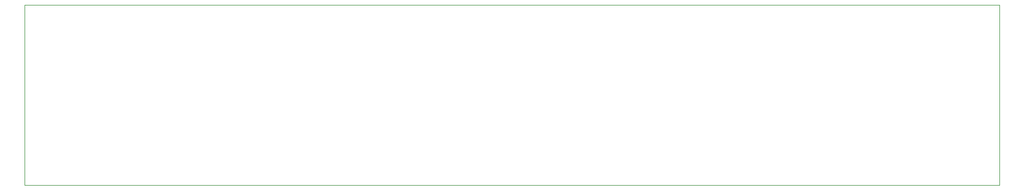
<source format=gbr>
%TF.GenerationSoftware,KiCad,Pcbnew,(6.0.5)*%
%TF.CreationDate,2023-06-25T14:06:07-03:00*%
%TF.ProjectId,buttons,62757474-6f6e-4732-9e6b-696361645f70,rev?*%
%TF.SameCoordinates,Original*%
%TF.FileFunction,Profile,NP*%
%FSLAX46Y46*%
G04 Gerber Fmt 4.6, Leading zero omitted, Abs format (unit mm)*
G04 Created by KiCad (PCBNEW (6.0.5)) date 2023-06-25 14:06:07*
%MOMM*%
%LPD*%
G01*
G04 APERTURE LIST*
%TA.AperFunction,Profile*%
%ADD10C,0.100000*%
%TD*%
G04 APERTURE END LIST*
D10*
X74930000Y-77470000D02*
X226060000Y-77470000D01*
X226060000Y-77470000D02*
X226060000Y-105410000D01*
X226060000Y-105410000D02*
X74930000Y-105410000D01*
X74930000Y-105410000D02*
X74930000Y-77470000D01*
M02*

</source>
